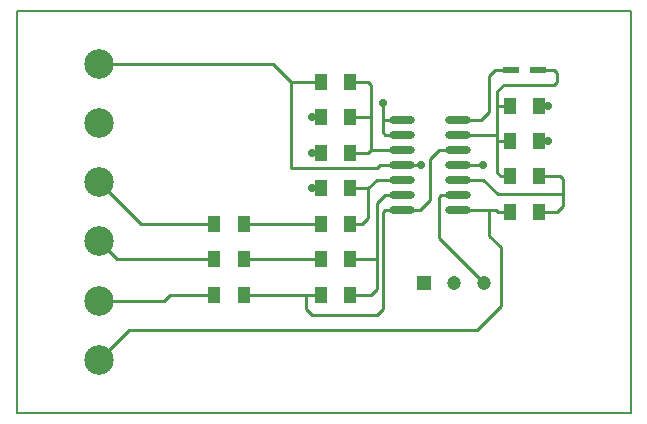
<source format=gtl>
%FSLAX25Y25*%
%MOIN*%
G70*
G01*
G75*
G04 Layer_Physical_Order=1*
G04 Layer_Color=255*
%ADD10O,0.08661X0.02362*%
%ADD11R,0.03937X0.05709*%
%ADD12R,0.05709X0.02165*%
%ADD13C,0.01000*%
%ADD14C,0.00787*%
%ADD15R,0.04724X0.04724*%
%ADD16C,0.04724*%
%ADD17C,0.09843*%
%ADD18C,0.02756*%
D10*
X198425Y118858D02*
D03*
Y123858D02*
D03*
Y128858D02*
D03*
Y133858D02*
D03*
Y138858D02*
D03*
Y143858D02*
D03*
Y148858D02*
D03*
X179528Y118858D02*
D03*
Y123858D02*
D03*
Y128858D02*
D03*
Y133858D02*
D03*
Y138858D02*
D03*
Y143858D02*
D03*
Y148858D02*
D03*
D11*
X126969Y102362D02*
D03*
X117126D02*
D03*
X162402Y161417D02*
D03*
X152559D02*
D03*
Y90551D02*
D03*
X162402D02*
D03*
X152559Y114173D02*
D03*
X162402D02*
D03*
Y102362D02*
D03*
X152559D02*
D03*
X126969Y114173D02*
D03*
X117126D02*
D03*
X162402Y125984D02*
D03*
X152559D02*
D03*
X117126Y90551D02*
D03*
X126969D02*
D03*
X152559Y137795D02*
D03*
X162402D02*
D03*
Y149606D02*
D03*
X152559D02*
D03*
X225394Y129921D02*
D03*
X215551D02*
D03*
Y118110D02*
D03*
X225394D02*
D03*
X215551Y153543D02*
D03*
X225394D02*
D03*
X215551Y141732D02*
D03*
X225394D02*
D03*
D12*
X215846Y165354D02*
D03*
X225098D02*
D03*
D13*
X126969Y114173D02*
X152559D01*
X126969Y102362D02*
X152559D01*
X162402Y90551D02*
X169291D01*
X171260Y92520D01*
Y121063D02*
X174055Y123858D01*
X179528D01*
X162402Y102362D02*
X171260D01*
Y92520D02*
Y102362D01*
Y121063D01*
X171181Y128858D02*
X179528D01*
X168307Y125984D02*
X171181Y128858D01*
X168307Y116142D02*
Y125984D01*
X166339Y114173D02*
X168307Y116142D01*
X162402Y114173D02*
X166339D01*
X162402Y125984D02*
X168307D01*
X162402Y137795D02*
X168307D01*
X169291Y138779D01*
X168307Y161417D02*
X169291Y160433D01*
X162402Y161417D02*
X168307D01*
X162402Y149606D02*
X169291D01*
Y138779D02*
Y149606D01*
Y160433D01*
X169370Y138858D02*
X179528D01*
X169291Y138779D02*
X169370Y138858D01*
X174055Y143858D02*
X179528D01*
X173228Y144685D02*
X174055Y143858D01*
X173228Y144685D02*
Y148858D01*
X179528D01*
X173228D02*
Y154528D01*
X147638Y85630D02*
Y90551D01*
Y85630D02*
X149606Y83661D01*
X171260D01*
X126969Y90551D02*
X147638D01*
X152559D01*
X171260Y83661D02*
X173228Y85630D01*
Y118110D01*
X173976Y118858D01*
X179528D01*
X210866D02*
X211614Y118110D01*
X215551D01*
X225394D02*
X231299D01*
X233268Y120079D01*
X232283Y129921D02*
X233268Y128937D01*
X225394Y129921D02*
X232283D01*
X198425Y128858D02*
X206772D01*
X211614Y124016D01*
X233268D01*
Y120079D02*
Y124016D01*
Y128937D01*
X198425Y143858D02*
X211457D01*
X212598Y129921D02*
X215551D01*
X211457Y131063D02*
X212598Y129921D01*
X211457Y141732D02*
X215551D01*
X211457Y141732D02*
X211457Y141732D01*
X211457Y131063D02*
Y141732D01*
Y143858D01*
X192008Y138858D02*
X198425D01*
X179528Y118858D02*
X185787D01*
X198425Y148858D02*
X205945D01*
X208661Y151575D01*
Y163386D01*
X210630Y165354D01*
X215846D01*
X211457Y143858D02*
Y153543D01*
X215551D01*
X211457D02*
Y158307D01*
X213583Y160433D01*
X230315Y165354D02*
X231299Y164370D01*
X225098Y165354D02*
X230315D01*
X213583Y160433D02*
X230315D01*
X231299Y161417D01*
Y164370D01*
X192756Y123858D02*
X198425D01*
X191929Y123031D02*
X192756Y123858D01*
X191929Y109409D02*
Y123031D01*
Y109409D02*
X206850Y94488D01*
X172244Y133858D02*
X179528D01*
X171260Y132874D02*
X172244Y133858D01*
X142717Y132874D02*
X171260D01*
X185787Y118858D02*
X188976Y122047D01*
Y135827D01*
X192008Y138858D01*
X179528Y133858D02*
X186024D01*
X198425D02*
X206693D01*
X149606Y149606D02*
X152559D01*
X149606Y137795D02*
X152559D01*
X149606Y125984D02*
X152559D01*
X225394Y141732D02*
X228346D01*
X225394Y153543D02*
X228346D01*
X142717Y132874D02*
Y161417D01*
X152559D01*
X78740Y167323D02*
X136811D01*
X142717Y161417D01*
X92520Y114173D02*
X117126D01*
X78740Y127953D02*
X92520Y114173D01*
X84646Y102362D02*
X117126D01*
X78740Y108268D02*
X84646Y102362D01*
X102362Y90551D02*
X117126D01*
X100394Y88583D02*
X102362Y90551D01*
X78740Y88583D02*
X100394D01*
X208661Y110236D02*
X212598Y106299D01*
X208661Y110236D02*
Y118858D01*
X198425D02*
X208661D01*
X210866D01*
X212598Y86614D02*
Y106299D01*
X78740Y68898D02*
X88583Y78740D01*
X204724D01*
X212598Y86614D01*
D14*
X51181Y51181D02*
Y185039D01*
Y51181D02*
X255906D01*
Y185039D01*
X51181D02*
X255906D01*
D15*
X186850Y94488D02*
D03*
D16*
X196850D02*
D03*
X206850D02*
D03*
D17*
X78740Y167323D02*
D03*
Y147638D02*
D03*
Y127953D02*
D03*
Y108268D02*
D03*
Y88583D02*
D03*
Y68898D02*
D03*
D18*
X173228Y154528D02*
D03*
X186024Y133858D02*
D03*
X206693D02*
D03*
X149606Y149606D02*
D03*
Y137795D02*
D03*
Y125984D02*
D03*
X228346Y141732D02*
D03*
Y153543D02*
D03*
M02*

</source>
